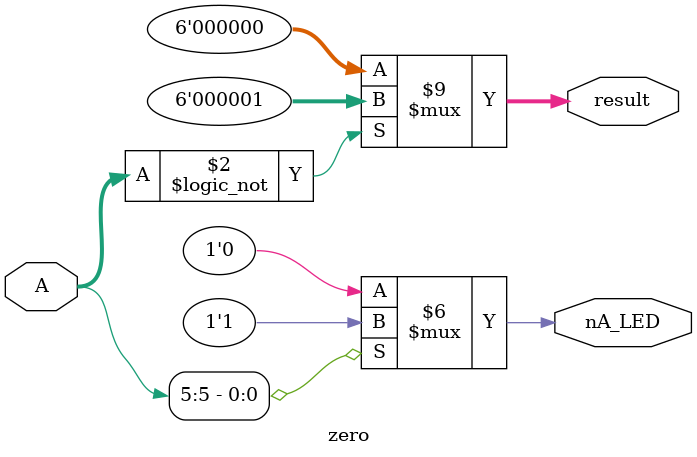
<source format=sv>
module zero ( input logic [5:0]A,
					output logic [5:0]result,
					output logic nA_LED);

always_comb
begin				
	if (A == 6'd0)
		result = 6'd1;
	else
		result = 6'd0;
end

// Checking for Negative A
	always_comb
	begin
		if (A[5] == 1'b1)
			nA_LED = 1'b1;
		else
			nA_LED = 1'b0;
	end
					
endmodule

</source>
